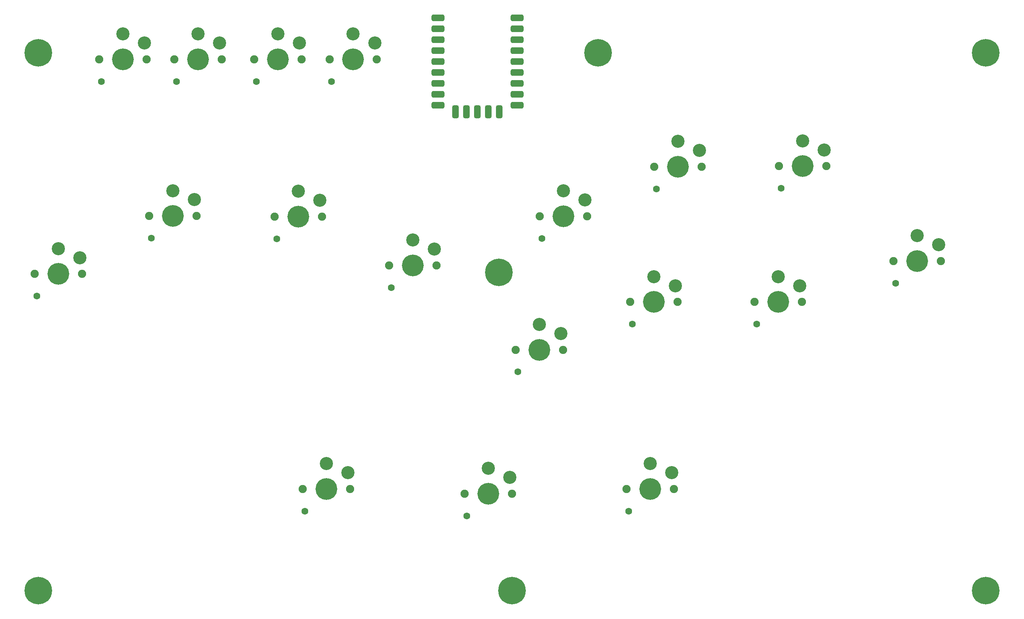
<source format=gts>
%TF.GenerationSoftware,KiCad,Pcbnew,8.0.1*%
%TF.CreationDate,2024-04-24T00:03:39-04:00*%
%TF.ProjectId,leviathan,6c657669-6174-4686-916e-2e6b69636164,rev?*%
%TF.SameCoordinates,Original*%
%TF.FileFunction,Soldermask,Top*%
%TF.FilePolarity,Negative*%
%FSLAX46Y46*%
G04 Gerber Fmt 4.6, Leading zero omitted, Abs format (unit mm)*
G04 Created by KiCad (PCBNEW 8.0.1) date 2024-04-24 00:03:39*
%MOMM*%
%LPD*%
G01*
G04 APERTURE LIST*
G04 Aperture macros list*
%AMRoundRect*
0 Rectangle with rounded corners*
0 $1 Rounding radius*
0 $2 $3 $4 $5 $6 $7 $8 $9 X,Y pos of 4 corners*
0 Add a 4 corners polygon primitive as box body*
4,1,4,$2,$3,$4,$5,$6,$7,$8,$9,$2,$3,0*
0 Add four circle primitives for the rounded corners*
1,1,$1+$1,$2,$3*
1,1,$1+$1,$4,$5*
1,1,$1+$1,$6,$7*
1,1,$1+$1,$8,$9*
0 Add four rect primitives between the rounded corners*
20,1,$1+$1,$2,$3,$4,$5,0*
20,1,$1+$1,$4,$5,$6,$7,0*
20,1,$1+$1,$6,$7,$8,$9,0*
20,1,$1+$1,$8,$9,$2,$3,0*%
G04 Aperture macros list end*
%ADD10C,1.900000*%
%ADD11C,1.600000*%
%ADD12C,3.050000*%
%ADD13C,5.050000*%
%ADD14C,6.400000*%
%ADD15RoundRect,0.381000X1.119000X0.381000X-1.119000X0.381000X-1.119000X-0.381000X1.119000X-0.381000X0*%
%ADD16RoundRect,0.381000X-0.381000X1.119000X-0.381000X-1.119000X0.381000X-1.119000X0.381000X1.119000X0*%
%ADD17RoundRect,0.381000X0.381000X-1.119000X0.381000X1.119000X-0.381000X1.119000X-0.381000X-1.119000X0*%
G04 APERTURE END LIST*
D10*
X114900000Y-68050000D03*
D11*
X115400000Y-73200000D03*
D12*
X120400000Y-62150000D03*
D13*
X120400000Y-68050000D03*
D12*
X125400000Y-64250000D03*
D10*
X125900000Y-68050000D03*
X141500000Y-79400000D03*
D11*
X142000000Y-84550000D03*
D12*
X147000000Y-73500000D03*
D13*
X147000000Y-79400000D03*
D12*
X152000000Y-75600000D03*
D10*
X152500000Y-79400000D03*
X159000000Y-132500000D03*
D11*
X159500000Y-137650000D03*
D12*
X164500000Y-126600000D03*
D13*
X164500000Y-132500000D03*
D12*
X169500000Y-128700000D03*
D10*
X170000000Y-132500000D03*
X176440000Y-67990000D03*
D11*
X176940000Y-73140000D03*
D12*
X181940000Y-62090000D03*
D13*
X181940000Y-67990000D03*
D12*
X186940000Y-64190000D03*
D10*
X187440000Y-67990000D03*
X203000000Y-56460000D03*
D11*
X203500000Y-61610000D03*
D12*
X208500000Y-50560000D03*
D13*
X208500000Y-56460000D03*
D12*
X213500000Y-52660000D03*
D10*
X214000000Y-56460000D03*
X231970000Y-56340000D03*
D11*
X232470000Y-61490000D03*
D12*
X237470000Y-50440000D03*
D13*
X237470000Y-56340000D03*
D12*
X242470000Y-52540000D03*
D10*
X242970000Y-56340000D03*
X170830000Y-99030000D03*
D11*
X171330000Y-104180000D03*
D12*
X176330000Y-93130000D03*
D13*
X176330000Y-99030000D03*
D12*
X181330000Y-95230000D03*
D10*
X181830000Y-99030000D03*
X197440000Y-87920000D03*
D11*
X197940000Y-93070000D03*
D12*
X202940000Y-82020000D03*
D13*
X202940000Y-87920000D03*
D12*
X207940000Y-84120000D03*
D10*
X208440000Y-87920000D03*
X226290000Y-87920000D03*
D11*
X226790000Y-93070000D03*
D12*
X231790000Y-82020000D03*
D13*
X231790000Y-87920000D03*
D12*
X236790000Y-84120000D03*
D10*
X237290000Y-87920000D03*
D14*
X60000000Y-30000000D03*
X60000000Y-155000000D03*
X280000000Y-155000000D03*
D10*
X85805000Y-67930000D03*
D11*
X86305000Y-73080000D03*
D12*
X91305000Y-62030000D03*
D13*
X91305000Y-67930000D03*
D12*
X96305000Y-64130000D03*
D10*
X96805000Y-67930000D03*
D14*
X280000000Y-30000000D03*
D10*
X91637500Y-31500000D03*
D11*
X92137500Y-36650000D03*
D12*
X97137500Y-25600000D03*
D13*
X97137500Y-31500000D03*
D12*
X102137500Y-27700000D03*
D10*
X102637500Y-31500000D03*
X110136500Y-31500000D03*
D11*
X110636500Y-36650000D03*
D12*
X115636500Y-25600000D03*
D13*
X115636500Y-31500000D03*
D12*
X120636500Y-27700000D03*
D10*
X121136500Y-31500000D03*
X74137500Y-31500000D03*
D11*
X74637500Y-36650000D03*
D12*
X79637500Y-25600000D03*
D13*
X79637500Y-31500000D03*
D12*
X84637500Y-27700000D03*
D10*
X85137500Y-31500000D03*
X127637500Y-31500000D03*
D11*
X128137500Y-36650000D03*
D12*
X133137500Y-25600000D03*
D13*
X133137500Y-31500000D03*
D12*
X138137500Y-27700000D03*
D10*
X138637500Y-31500000D03*
X59205000Y-81400000D03*
D11*
X59705000Y-86550000D03*
D12*
X64705000Y-75500000D03*
D13*
X64705000Y-81400000D03*
D12*
X69705000Y-77600000D03*
D10*
X70205000Y-81400000D03*
X258586255Y-78410082D03*
D11*
X259086255Y-83560082D03*
D12*
X264086255Y-72510082D03*
D13*
X264086255Y-78410082D03*
D12*
X269086255Y-74610082D03*
D10*
X269586255Y-78410082D03*
X121420000Y-131380000D03*
D11*
X121920000Y-136530000D03*
D12*
X126920000Y-125480000D03*
D13*
X126920000Y-131380000D03*
D12*
X131920000Y-127580000D03*
D10*
X132420000Y-131380000D03*
D15*
X171160000Y-21840000D03*
X171160000Y-24380000D03*
X171160000Y-26920000D03*
X171160000Y-29460000D03*
X171160000Y-32000000D03*
X171160000Y-34540000D03*
X171160000Y-37080000D03*
X171160000Y-39620000D03*
X171160000Y-42160000D03*
D16*
X167080000Y-43700000D03*
X164540000Y-43700000D03*
X162000000Y-43700000D03*
X159460000Y-43700000D03*
D17*
X156920000Y-43700000D03*
D15*
X152840000Y-42160000D03*
X152840000Y-39620000D03*
X152840000Y-37080000D03*
X152840000Y-34540000D03*
X152840000Y-32000000D03*
X152840000Y-29460000D03*
X152840000Y-26920000D03*
X152840000Y-21840000D03*
X152840000Y-24380000D03*
D14*
X167000000Y-81000000D03*
X190000000Y-30000000D03*
X170000000Y-155000000D03*
D10*
X196580000Y-131380000D03*
D11*
X197080000Y-136530000D03*
D12*
X202080000Y-125480000D03*
D13*
X202080000Y-131380000D03*
D12*
X207080000Y-127580000D03*
D10*
X207580000Y-131380000D03*
M02*

</source>
